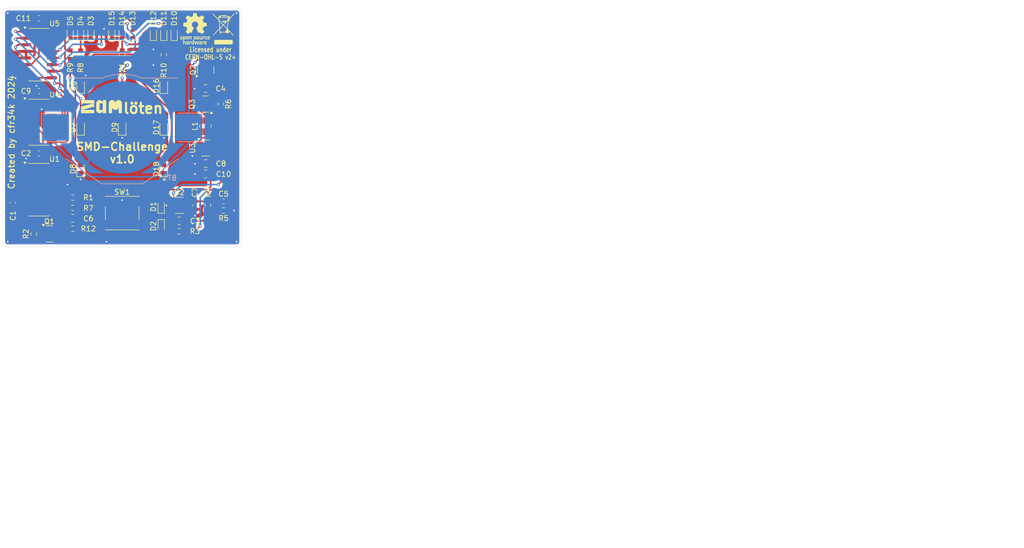
<source format=kicad_pcb>
(kicad_pcb
	(version 20240108)
	(generator "pcbnew")
	(generator_version "8.0")
	(general
		(thickness 1.6)
		(legacy_teardrops no)
	)
	(paper "A4")
	(title_block
		(title "ZAMlöten SMD-Challenge v1")
		(date "2024-09-28")
		(rev "1.0")
		(company "Thomas Kolb „cfr34k“")
	)
	(layers
		(0 "F.Cu" signal)
		(31 "B.Cu" signal)
		(32 "B.Adhes" user "B.Adhesive")
		(33 "F.Adhes" user "F.Adhesive")
		(34 "B.Paste" user)
		(35 "F.Paste" user)
		(36 "B.SilkS" user "B.Silkscreen")
		(37 "F.SilkS" user "F.Silkscreen")
		(38 "B.Mask" user)
		(39 "F.Mask" user)
		(40 "Dwgs.User" user "User.Drawings")
		(41 "Cmts.User" user "User.Comments")
		(42 "Eco1.User" user "User.Eco1")
		(43 "Eco2.User" user "User.Eco2")
		(44 "Edge.Cuts" user)
		(45 "Margin" user)
		(46 "B.CrtYd" user "B.Courtyard")
		(47 "F.CrtYd" user "F.Courtyard")
		(48 "B.Fab" user)
		(49 "F.Fab" user)
		(50 "User.1" user)
		(51 "User.2" user)
		(52 "User.3" user)
		(53 "User.4" user)
		(54 "User.5" user)
		(55 "User.6" user)
		(56 "User.7" user)
		(57 "User.8" user)
		(58 "User.9" user)
	)
	(setup
		(pad_to_mask_clearance 0)
		(allow_soldermask_bridges_in_footprints no)
		(pcbplotparams
			(layerselection 0x00010fc_ffffffff)
			(plot_on_all_layers_selection 0x0000000_00000000)
			(disableapertmacros no)
			(usegerberextensions no)
			(usegerberattributes yes)
			(usegerberadvancedattributes yes)
			(creategerberjobfile yes)
			(dashed_line_dash_ratio 12.000000)
			(dashed_line_gap_ratio 3.000000)
			(svgprecision 4)
			(plotframeref no)
			(viasonmask no)
			(mode 1)
			(useauxorigin no)
			(hpglpennumber 1)
			(hpglpenspeed 20)
			(hpglpendiameter 15.000000)
			(pdf_front_fp_property_popups yes)
			(pdf_back_fp_property_popups yes)
			(dxfpolygonmode yes)
			(dxfimperialunits yes)
			(dxfusepcbnewfont yes)
			(psnegative no)
			(psa4output no)
			(plotreference yes)
			(plotvalue yes)
			(plotfptext yes)
			(plotinvisibletext no)
			(sketchpadsonfab no)
			(subtractmaskfromsilk no)
			(outputformat 1)
			(mirror no)
			(drillshape 0)
			(scaleselection 1)
			(outputdirectory "gerber")
		)
	)
	(net 0 "")
	(net 1 "+BATT")
	(net 2 "GND")
	(net 3 "Net-(U1-C2)")
	(net 4 "Net-(U1-C1)")
	(net 5 "VCC")
	(net 6 "Net-(D2-A)")
	(net 7 "Net-(Q2-S)")
	(net 8 "Net-(U2--)")
	(net 9 "Net-(U1-VCOin)")
	(net 10 "Net-(D1-K)")
	(net 11 "/PWR_EN")
	(net 12 "Net-(D3-K)")
	(net 13 "/C4")
	(net 14 "/C5")
	(net 15 "/C6")
	(net 16 "Net-(D18-A)")
	(net 17 "/LED_A")
	(net 18 "Net-(D17-A)")
	(net 19 "/LED_C")
	(net 20 "Net-(D16-K)")
	(net 21 "/LED_D")
	(net 22 "Net-(D10-K)")
	(net 23 "/C3")
	(net 24 "/C2")
	(net 25 "Net-(D13-K)")
	(net 26 "/C1")
	(net 27 "/LED_B")
	(net 28 "Net-(U3-SW)")
	(net 29 "Net-(Q3-D)")
	(net 30 "Net-(U1-R1)")
	(net 31 "unconnected-(U1-ZOUT-Pad15)")
	(net 32 "unconnected-(U1-PC2-Pad13)")
	(net 33 "unconnected-(U1-PCP-Pad1)")
	(net 34 "unconnected-(U1-R2-Pad12)")
	(net 35 "unconnected-(U1-PC1-Pad2)")
	(net 36 "/CLOCK")
	(net 37 "unconnected-(U1-SFout-Pad10)")
	(net 38 "/CR")
	(net 39 "unconnected-(U4-Q0-Pad12)")
	(net 40 "Net-(U4-Q2)")
	(net 41 "Net-(U4-Q3)")
	(net 42 "Net-(U4-Q1)")
	(net 43 "unconnected-(U5-Y7-Pad7)")
	(net 44 "/VCO_START")
	(net 45 "unconnected-(U3-NC-Pad5)")
	(net 46 "unconnected-(U3-NC-Pad3)")
	(footprint "Resistor_SMD:R_0603_1608Metric" (layer "F.Cu") (at 87.5 94))
	(footprint "Diode_SMD:D_SOD-523" (layer "F.Cu") (at 58 60 90))
	(footprint "Diode_SMD:D_SOD-523" (layer "F.Cu") (at 76 60 90))
	(footprint "Package_TO_SOT_SMD:SOT-23" (layer "F.Cu") (at 84 73.5 180))
	(footprint "Resistor_SMD:R_0603_1608Metric" (layer "F.Cu") (at 76 64 -90))
	(footprint "Package_TO_SOT_SMD:SOT-23-5" (layer "F.Cu") (at 79 93))
	(footprint "Resistor_SMD:R_0603_1608Metric" (layer "F.Cu") (at 58 64 -90))
	(footprint "LED_SMD:LED_0603_1608Metric" (layer "F.Cu") (at 68 78 90))
	(footprint "Capacitor_SMD:C_0805_2012Metric" (layer "F.Cu") (at 79 96))
	(footprint "Diode_SMD:D_SOD-523" (layer "F.Cu") (at 74 60 90))
	(footprint "Package_SO:SOIC-16_3.9x9.9mm_P1.27mm" (layer "F.Cu") (at 52 64))
	(footprint "Package_TO_SOT_SMD:SOT-23-5" (layer "F.Cu") (at 84.0625 81.95))
	(footprint "LED_SMD:LED_0603_1608Metric" (layer "F.Cu") (at 60 78 90))
	(footprint "Resistor_SMD:R_0603_1608Metric" (layer "F.Cu") (at 51 98.5 90))
	(footprint "Package_SO:SOIC-16_3.9x9.9mm_P1.27mm" (layer "F.Cu") (at 52 90))
	(footprint "Package_TO_SOT_SMD:SOT-23" (layer "F.Cu") (at 84.0625 66.95 90))
	(footprint "Capacitor_SMD:C_0603_1608Metric" (layer "F.Cu") (at 52 57 180))
	(footprint "Diode_SMD:D_SOD-523" (layer "F.Cu") (at 75.5 97 -90))
	(footprint "Resistor_SMD:R_0603_1608Metric" (layer "F.Cu") (at 58.5 91.5 180))
	(footprint "Diode_SMD:D_SOD-523" (layer "F.Cu") (at 70 60 90))
	(footprint "LED_SMD:LED_0603_1608Metric" (layer "F.Cu") (at 60 86 90))
	(footprint "LED_SMD:LED_0603_1608Metric" (layer "F.Cu") (at 60 70 90))
	(footprint "Package_TO_SOT_SMD:SOT-23" (layer "F.Cu") (at 54 98.5))
	(footprint "Capacitor_SMD:C_0603_1608Metric" (layer "F.Cu") (at 87.5 92.23))
	(footprint "Capacitor_SMD:C_0603_1608Metric" (layer "F.Cu") (at 82 93 -90))
	(footprint "Capacitor_SMD:C_0603_1608Metric" (layer "F.Cu") (at 52 83 180))
	(footprint "LED_SMD:LED_0603_1608Metric" (layer "F.Cu") (at 76 86 90))
	(footprint "LED_SMD:LED_0603_1608Metric" (layer "F.Cu") (at 76 70 90))
	(footprint "Resistor_SMD:R_0603_1608Metric" (layer "F.Cu") (at 84.5 93 -90))
	(footprint "Capacitor_SMD:C_0805_2012Metric" (layer "F.Cu") (at 84.0625 86.95 180))
	(footprint "Capacitor_SMD:C_0603_1608Metric" (layer "F.Cu") (at 47 92.5 -90))
	(footprint "Diode_SMD:D_SOD-523" (layer "F.Cu") (at 78 60 90))
	(footprint "Resistor_SMD:R_0603_1608Metric" (layer "F.Cu") (at 87 73.5 -90))
	(footprint "Diode_SMD:D_SOD-523" (layer "F.Cu") (at 60 60 90))
	(footprint "Symbol:OSHW-Logo_5.7x6mm_SilkScreen"
		(layer "F.Cu")
		(uuid "9ad82289-23bf-423b-acb0-261f02d39293")
		(at 82 59)
		(descr "Open Source Hardware Logo")
		(tags "Logo OSHW")
		(property "Reference" "REF**"
			(at 0 0 0)
			(layer "F.SilkS")
			(hide yes)
			(uuid "4016186e-7f26-4ea9-bacc-72b8c35fa634")
			(effects
				(font
					(size 1 1)
					(thickness 0.15)
				)
			)
		)
		(property "Value" "OSHW-Logo_5.7x6mm_SilkScreen"
			(at 0.75 0 0)
			(layer "F.Fab")
			(hide yes)
			(uuid "2eddd1c3-bca0-49a9-85c7-d11a3339e5ec")
			(effects
				(font
					(size 1 1)
					(thickness 0.15)
				)
			)
		)
		(property "Footprint" "Symbol:OSHW-Logo_5.7x6mm_SilkScreen"
			(at 0 0 0)
			(unlocked yes)
			(layer "F.Fab")
			(hide yes)
			(uuid "37843b4c-881f-4737-9de0-9809c65cd642")
			(effects
				(font
					(size 1.27 1.27)
					(thickness 0.15)
				)
			)
		)
		(property "Datasheet" ""
			(at 0 0 0)
			(unlocked yes)
			(layer "F.Fab")
			(hide yes)
			(uuid "e3b8395b-b701-4d70-b434-069bb3fedc8a")
			(effects
				(font
					(size 1.27 1.27)
					(thickness 0.15)
				)
			)
		)
		(property "Description" ""
			(at 0 0 0)
			(unlocked yes)
			(layer "F.Fab")
			(hide yes)
			(uuid "9f08b4d7-229d-49bb-96d4-288d6e41bc8e")
			(effects
				(font
					(size 1.27 1.27)
					(thickness 0.15)
				)
			)
		)
		(attr exclude_from_pos_files exclude_from_bom)
		(fp_poly
			(pts
				(xy 1.79946 1.45803) (xy 1.842711 1.471245) (xy 1.870558 1.487941) (xy 1.879629 1.501145) (xy 1.877132 1.516797)
				(xy 1.860931 1.541385) (xy 1.847232 1.5588) (xy 1.818992 1.590283) (xy 1.797775 1.603529) (xy 1.779688 1.602664)
				(xy 1.726035 1.58901) (xy 1.68663 1.58963) (xy 1.654632 1.605104) (xy 1.64389 1.614161) (xy 1.609505 1.646027)
				(xy 1.609505 2.062179) (xy 1.471188 2.062179) (xy 1.471188 1.458614) (xy 1.540347 1.458614) (xy 1.581869 1.460256)
				(xy 1.603291 1.466087) (xy 1.609502 1.477461) (xy 1.609505 1.477798) (xy 1.612439 1.489713) (xy 1.625704 1.488159)
				(xy 1.644084 1.479563) (xy 1.682046 1.463568) (xy 1.712872 1.453945) (xy 1.752536 1.451478) (xy 1.79946 1.45803)
			)
			(stroke
				(width 0.01)
				(type solid)
			)
			(fill solid)
			(layer "F.SilkS")
			(uuid "b2f80504-e728-4156-b02d-17e35b236b6f")
		)
		(fp_poly
			(pts
				(xy 1.635255 2.401486) (xy 1.683595 2.411015) (xy 1.711114 2.425125) (xy 1.740064 2.448568) (xy 1.698876 2.500571)
				(xy 1.673482 2.532064) (xy 1.656238 2.547428) (xy 1.639102 2.549776) (xy 1.614027 2.542217) (xy 1.602257 2.537941)
				(xy 1.55427 2.531631) (xy 1.510324 2.545156) (xy 1.47806 2.57571) (xy 1.472819 2.585452) (xy 1.467112 2.611258)
				(xy 1.462706 2.658817) (xy 1.459811 2.724758) (xy 1.458631 2.80571) (xy 1.458614 2.817226) (xy 1.458614 3.017822)
				(xy 1.320297 3.017822) (xy 1.320297 2.401683) (xy 1.389456 2.401683) (xy 1.429333 2.402725) (xy 1.450107 2.407358)
				(xy 1.457789 2.417849) (xy 1.458614 2.427745) (xy 1.458614 2.453806) (xy 1.491745 2.427745) (xy 1.529735 2.409965)
				(xy 1.58077 2.401174) (xy 1.635255 2.401486)
			)
			(stroke
				(width 0.01)
				(type solid)
			)
			(fill solid)
			(layer "F.SilkS")
			(uuid "8ed59ee5-1d1d-4555-9454-a2f69ce04aeb")
		)
		(fp_poly
			(pts
				(xy -0.993356 2.40302) (xy -0.974539 2.40866) (xy -0.968473 2.421053) (xy -0.968218 2.426647) (xy -0.967129 2.44223)
				(xy -0.959632 2.444676) (xy -0.939381 2.433993) (xy -0.927351 2.426694) (xy -0.8894 2.411063) (xy -0.844072 2.403334)
				(xy -0.796544 2.40274) (xy -0.751995 2.408513) (xy -0.715602 2.419884) (xy -0.692543 2.436088) (xy -0.687996 2.456355)
				(xy -0.690291 2.461843) (xy -0.70702 2.484626) (xy -0.732963 2.512647) (xy -0.737655 2.517177) (xy -0.762383 2.538005)
				(xy -0.783718 2.544735) (xy -0.813555 2.540038) (xy -0.825508 2.536917) (xy -0.862705 2.529421)
				(xy -0.888859 2.532792) (xy -0.910946 2.544681) (xy -0.931178 2.560635) (xy -0.946079 2.5807) (xy -0.956434 2.608702)
				(xy -0.963029 2.648467) (xy -0.966649 2.703823) (xy -0.968078 2.778594) (xy -0.968218 2.82374) (xy -0.968218 3.017822)
				(xy -1.09396 3.017822) (xy -1.09396 2.401683) (xy -1.031089 2.401683) (xy -0.993356 2.40302)
			)
			(stroke
				(width 0.01)
				(type solid)
			)
			(fill solid)
			(layer "F.SilkS")
			(uuid "6247ed4f-f354-4ce1-b872-a24c9ff05d95")
		)
		(fp_poly
			(pts
				(xy 0.993367 1.654342) (xy 0.994555 1.746563) (xy 0.998897 1.81661) (xy 1.007558 1.867381) (xy 1.021704 1.901772)
				(xy 1.0425 1.922679) (xy 1.07111 1.933) (xy 1.106535 1.935636) (xy 1.143636 1.932682) (xy 1.171818 1.921889)
				(xy 1.192243 1.90036) (xy 1.206079 1.865199) (xy 1.214491 1.81351) (xy 1.218643 1.742394) (xy 1.219703 1.654342)
				(xy 1.219703 1.458614) (xy 1.35802 1.458614) (xy 1.35802 2.062179) (xy 1.288862 2.062179) (xy 1.24717 2.060489)
				(xy 1.225701 2.054556) (xy 1.219703 2.043293) (xy 1.216091 2.033261) (xy 1.201714 2.035383) (xy 1.172736 2.04958)
				(xy 1.106319 2.07148) (xy 1.035875 2.069928) (xy 0.968377 2.046147) (xy 0.936233 2.027362) (xy 0.911715 2.007022)
				(xy 0.893804 1.981573) (xy 0.881479 1.947458) (xy 0.873723 1.901121) (xy 0.869516 1.839007) (xy 0.86784 1.757561)
				(xy 0.867624 1.694578) (xy 0.867624 1.458614) (xy 0.993367 1.458614) (xy 0.993367 1.654342)
			)
			(stroke
				(width 0.01)
				(type solid)
			)
			(fill solid)
			(layer "F.SilkS")
			(uuid "b9ea8b23-c642-4d5b-8b9f-479d8f36f849")
		)
		(fp_poly
			(pts
				(xy -0.754012 1.469002) (xy -0.722717 1.48395) (xy -0.692409 1.505541) (xy -0.669318 1.530391) (xy -0.6525 1.562087)
				(xy -0.641006 1.604214) (xy -0.633891 1.660358) (xy -0.630207 1.734106) (xy -0.629008 1.829044)
				(xy -0.628989 1.838985) (xy -0.628713 2.062179) (xy -0.76703 2.062179) (xy -0.76703 1.856418) (xy -0.767128 1.780189)
				(xy -0.767809 1.724939) (xy -0.769651 1.686501) (xy -0.773233 1.660706) (xy -0.779132 1.643384)
				(xy -0.787927 1.630368) (xy -0.80018 1.617507) (xy -0.843047 1.589873) (xy -0.889843 1.584745) (xy -0.934424 1.602217)
				(xy -0.949928 1.615221) (xy -0.96131 1.627447) (xy -0.969481 1.64054) (xy -0.974974 1.658615) (xy -0.97832 1.685787)
				(xy -0.980051 1.72617) (xy -0.980697 1.783879) (xy -0.980792 1.854132) (xy -0.980792 2.062179) (xy -1.119109 2.062179)
				(xy -1.119109 1.458614) (xy -1.04995 1.458614) (xy -1.008428 1.460256) (xy -0.987006 1.466087) (xy -0.980795 1.477461)
				(xy -0.980792 1.477798) (xy -0.97791 1.488938) (xy -0.965199 1.487674) (xy -0.939926 1.475434) (xy -0.882605 1.457424)
				(xy -0.817037 1.455421) (xy -0.754012 1.469002)
			)
			(stroke
				(width 0.01)
				(type solid)
			)
			(fill solid)
			(layer "F.SilkS")
			(uuid "3cf729b1-3df2-4f38-b50c-a55a343f16c3")
		)
		(fp_poly
			(pts
				(xy 2.217226 1.46388) (xy 2.29008 1.49483) (xy 2.313027 1.509895) (xy 2.342354 1.533048) (xy 2.360764 1.551253)
				(xy 2.363961 1.557183) (xy 2.354935 1.57034) (xy 2.331837 1.592667) (xy 2.313344 1.60825) (xy 2.262728 1.648926)
				(xy 2.22276 1.615295) (xy 2.191874 1.593584) (xy 2.161759 1.58609) (xy 2.127292 1.58792) (xy 2.072561 1.601528)
				(xy 2.034886 1.629772) (xy 2.011991 1.675433) (xy 2.001597 1.741289) (xy 2.001595 1.741331) (xy 2.002494 1.814939)
				(xy 2.016463 1.868946) (xy 2.044328 1.905716) (xy 2.063325 1.918168) (xy 2.113776 1.933673) (xy 2.167663 1.933683)
				(xy 2.214546 1.918638) (xy 2.225644 1.911287) (xy 2.253476 1.892511) (xy 2.275236 1.889434) (xy 2.298704 1.903409)
				(xy 2.324649 1.92851) (xy 2.365716 1.97088) (xy 2.320121 2.008464) (xy 2.249674 2.050882) (xy 2.170233 2.071785)
				(xy 2.087215 2.070272) (xy 2.032694 2.056411) (xy 1.96897 2.022135) (xy 1.918005 1.968212) (xy 1.894851 1.930149)
				(xy 1.876099 1.875536) (xy 1.866715 1.806369) (xy 1.866643 1.731407) (xy 1.875824 1.659409) (xy 1.894199 1.599137)
				(xy 1.897093 1.592958) (xy 1.939952 1.532351) (xy 1.997979 1.488224) (xy 2.066591 1.461493) (xy 2.141201 1.453073)
				(xy 2.217226 1.46388)
			)
			(stroke
				(width 0.01)
				(type solid)
			)
			(fill solid)
			(layer "F.SilkS")
			(uuid "faa5c025-e983-4673-b78b-67b3e75c78bc")
		)
		(fp_poly
			(pts
				(xy 0.610762 1.466055) (xy 0.674363 1.500692) (xy 0.724123 1.555372) (xy 0.747568 1.599842) (xy 0.757634 1.639121)
				(xy 0.764156 1.695116) (xy 0.766951 1.759621) (xy 0.765836 1.824429) (xy 0.760626 1.881334) (xy 0.754541 1.911727)
				(xy 0.734014 1.953306) (xy 0.698463 1.997468) (xy 0.655619 2.036087) (xy 0.613211 2.061034) (xy 0.612177 2.06143)
				(xy 0.559553 2.072331) (xy 0.497188 2.072601) (xy 0.437924 2.062676) (xy 0.41504 2.054722) (xy 0.356102 2.0213)
				(xy 0.31389 1.977511) (xy 0.286156 1.919538) (xy 0.270651 1.843565) (xy 0.267143 1.803771) (xy 0.26759 1.753766)
				(xy 0.402376 1.753766) (xy 0.406917 1.826732) (xy 0.419986 1.882334) (xy 0.440756 1.917861) (xy 0.455552 1.92802)
				(xy 0.493464 1.935104) (xy 0.538527 1.933007) (xy 0.577487 1.922812) (xy 0.587704 1.917204) (xy 0.614659 1.884538)
				(xy 0.632451 1.834545) (xy 0.640024 1.773705) (xy 0.636325 1.708497) (xy 0.628057 1.669253) (xy 0.60432 1.623805)
				(xy 0.566849 1.595396) (xy 0.52172 1.585573) (xy 0.475011 1.595887) (xy 0.439132 1.621112) (xy 0.420277 1.641925)
				(xy 0.409272 1.662439) (xy 0.404026 1.690203) (xy 0.402449 1.732762) (xy 0.402376 1.753766) (xy 0.26759 1.753766)
				(xy 0.268094 1.69758) (xy 0.285388 1.610501) (xy 0.319029 1.54253) (xy 0.369018 1.493664) (xy 0.435356 1.463899)
				(xy 0.449601 1.460448) (xy 0.53521 1.452345) (xy 0.610762 1.466055)
			)
			(stroke
				(width 0.01)
				(type solid)
			)
			(fill solid)
			(layer "F.SilkS")
			(uuid "e9a4c2e1-e5b9-44d8-b710-8168e0b70169")
		)
		(fp_poly
			(pts
				(xy 0.281524 2.404237) (xy 0.331255 2.407971) (xy 0.461291 2.797773) (xy 0.481678 2.728614) (xy 0.493946 2.685874)
				(xy 0.510085 2.628115) (xy 0.527512 2.564625) (xy 0.536726 2.53057) (xy 0.571388 2.401683) (xy 0.714391 2.401683)
				(xy 0.671646 2.536857) (xy 0.650596 2.603342) (xy 0.625167 2.683539) (xy 0.59861 2.767193) (xy 0.574902 2.841782)
				(xy 0.520902 3.011535) (xy 0.462598 3.015328) (xy 0.404295 3.019122) (xy 0.372679 2.914734) (xy 0.353182 2.849889)
				(xy 0.331904 2.7784) (xy 0.313308 2.715263) (xy 0.312574 2.71275) (xy 0.298684 2.669969) (xy 0.286429 2.640779)
				(xy 0.277846 2.629741) (xy 0.276082 2.631018) (xy 0.269891 2.64813) (xy 0.258128 2.684787) (xy 0.242225 2.736378)
				(xy 0.223614 2.798294) (xy 0.213543 2.832352) (xy 0.159007 3.017822) (xy 0.043264 3.017822) (xy -0.049263 2.725471)
				(xy -0.075256 2.643462) (xy -0.098934 2.568987) (xy -0.11918 2.505544) (xy -0.134874 2.456632) (xy -0.144898 2.425749)
				(xy -0.147945 2.416726) (xy -0.145533 2.407487) (xy -0.126592 2.403441) (xy -0.087177 2.403846)
				(xy -0.081007 2.404152) (xy -0.007914 2.407971) (xy 0.039957 2.58401) (xy 0.057553 2.648211) (xy 0.073277 2.704649)
				(xy 0.085746 2.748422) (xy 0.093574 2.77463) (xy 0.09502 2.778903) (xy 0.101014 2.77399) (xy 0.113101 2.748532)
				(xy 0.129893 2.705997) (xy 0.150003 2.64985) (xy 0.167003 2.59913) (xy 0.231794 2.400504) (xy 0.281524 2.404237)
			)
			(stroke
				(width 0.01)
				(type solid)
			)
			(fill solid)
			(layer "F.SilkS")
			(uuid "3b42d00d-7d29-44eb-ac07-0399d8390244")
		)
		(fp_poly
			(pts
				(xy -2.538261 1.465148) (xy -2.472479 1.494231) (xy -2.42254 1.542793) (xy -2.388374 1.610908) (xy -2.369907 1.698651)
				(xy -2.368583 1.712351) (xy -2.367546 1.808939) (xy -2.380993 1.893602) (xy -2.408108 1.962221)
				(xy -2.422627 1.984294) (xy -2.473201 2.031011) (xy -2.537609 2.061268) (xy -2.609666 2.073824)
				(xy -2.683185 2.067439) (xy -2.739072 2.047772) (xy -2.787132 2.014629) (xy -2.826412 1.971175)
				(xy -2.827092 1.970158) (xy -2.843044 1.943338) (xy -2.85341 1.916368) (xy -2.859688 1.882332) (xy -2.863373 1.83431)
				(xy -2.864997 1.794931) (xy -2.865672 1.759219) (xy -2.739955 1.759219) (xy -2.738726 1.79477) (xy -2.734266 1.842094)
				(xy -2.726397 1.872465) (xy -2.712207 1.894072) (xy -2.698917 1.906694) (xy -2.651802 1.933122)
				(xy -2.602505 1.936653) (xy -2.556593 1.917639) (xy -2.533638 1.896331) (xy -2.517096 1.874859)
				(xy -2.507421 1.854313) (xy -2.503174 1.827574) (xy -2.50292 1.787523) (xy -2.504228 1.750638) (xy -2.507043 1.697947)
				(xy -2.511505 1.663772) (xy -2.519548 1.64148) (xy -2.533103 1.624442) (xy -2.543845 1.614703) (xy -2.588777 1.589123)
				(xy -2.637249 1.587847) (xy -2.677894 1.602999) (xy -2.712567 1.634642) (xy -2.733224 1.68662) (xy -2.739955 1.759219)
				(xy -2.865672 1.759219) (xy -2.866479 1.716621) (xy -2.863948 1.658056) (xy -2.856362 1.614007)
				(xy -2.842681 1.579248) (xy -2.821865 1.548551) (xy -2.814147 1.539436) (xy -2.765889 1.494021)
				(xy -2.714128 1.467493) (xy -2.650828 1.456379) (xy -2.619961 1.455471) (xy -2.538261 1.465148)
			)
			(stroke
				(width 0.01)
				(type solid)
			)
			(fill solid)
			(layer "F.SilkS")
			(uuid "b0bbfe61-a4d9-42c2-8047-06f9cc13f618")
		)
		(fp_poly
			(pts
				(xy -0.201188 3.017822) (xy -0.270346 3.017822) (xy -0.310488 3.016645) (xy -0.331394 3.011772)
				(xy -0.338922 3.001186) (xy -0.339505 2.994029) (xy -0.340774 2.979676) (xy -0.348779 2.976923)
				(xy -0.369815 2.985771) (xy -0.386173 2.994029) (xy -0.448977 3.013597) (xy -0.517248 3.014729)
				(xy -0.572752 3.000135) (xy -0.624438 2.964877) (xy -0.663838 2.912835) (xy -0.685413 2.85145) (xy -0.685962 2.848018)
				(xy -0.689167 2.810571) (xy -0.690761 2.756813) (xy -0.690633 2.716155) (xy -0.553279 2.716155)
				(xy -0.550097 2.770194) (xy -0.542859 2.814735) (xy -0.53306 2.839888) (xy -0.495989 2.87426) (xy -0.451974 2.886582)
				(xy -0.406584 2.876618) (xy -0.367797 2.846895) (xy -0.353108 2.826905) (xy -0.344519 2.80305) (xy -0.340496 2.76823)
				(xy -0.339505 2.71593) (xy -0.341278 2.664139) (xy -0.345963 2.618634) (xy -0.352603 2.588181) (xy -0.35371 2.585452)
				(xy -0.380491 2.553) (xy -0.419579 2.535183) (xy -0.463315 2.532306) (xy -0.504038 2.544674) (xy -0.534087 2.572593)
				(xy -0.537204 2.578148) (xy -0.546961 2.612022) (xy -0.552277 2.660728) (xy -0.553279 2.716155)
				(xy -0.690633 2.716155) (xy -0.690568 2.69554) (xy -0.689664 2.662563) (xy -0.683514 2.580981) (xy -0.670733 2.51973)
				(xy -0.649471 2.474449) (xy -0.617878 2.440779) (xy -0.587207 2.421014) (xy -0.544354 2.40712) (xy -0.491056 2.402354)
				(xy -0.43648 2.406236) (xy -0.389792 2.418282) (xy -0.365124 2.432693) (xy -0.339505 2.455878) (xy -0.339505 2.162773)
				(xy -0.201188 2.162773) (xy -0.201188 3.017822)
			)
			(stroke
				(width 0.01)
				(type solid)
			)
			(fill solid)
			(layer "F.SilkS")
			(uuid "377efa5b-e38c-4376-8cac-318fb4fc288f")
		)
		(fp_poly
			(pts
				(xy 2.677898 1.456457) (xy 2.710096 1.464279) (xy 2.771825 1.492921) (xy 2.82461 1.536667) (xy 2.861141 1.589117)
				(xy 2.86616 1.600893) (xy 2.873045 1.63174) (xy 2.877864 1.677371) (xy 2.879505 1.723492) (xy 2.879505 1.810693)
				(xy 2.697178 1.810693) (xy 2.621979 1.810978) (xy 2.569003 1.812704) (xy 2.535325 1.817181) (xy 2.51802 1.82572)
				(xy 2.514163 1.83963) (xy 2.520829 1.860222) (xy 2.53277 1.884315) (xy 2.56608 1.924525) (xy 2.612368 1.944558)
				(xy 2.668944 1.943905) (xy 2.733031 1.922101) (xy 2.788417 1.895193) (xy 2.834375 1.931532) (xy 2.880333 1.967872)
				(xy 2.837096 2.007819) (xy 2.779374 2.045563) (xy 2.708386 2.06832) (xy 2.632029 2.074688) (xy 2.558199 2.063268)
				(xy 2.546287 2.059393) (xy 2.481399 2.025506) (xy 2.43313 1.974986) (xy 2.400465 1.906325) (xy 2.382385 1.818014)
				(xy 2.382175 1.816121) (xy 2.380556 1.719878) (xy 2.3871 1.685542) (xy 2.514852 1.685542) (xy 2.526584 1.690822)
				(xy 2.558438 1.694867) (xy 2.605397 1.697176) (xy 2.635154 1.697525) (xy 2.690648 1.697306) (xy 2.725346 1.695916)
				(xy 2.743601 1.692251) (xy 2.749766 1.68521) (xy 2.748195 1.67369) (xy 2.746878 1.669233) (xy 2.724382 1.627355)
				(xy 2.689003 1.593604) (xy 2.65778 1.578773) (xy 2.616301 1.579668) (xy 2.574269 1.598164) (xy 2.539012 1.628786)
				(xy 2.517854 1.666062) (xy 2.514852 1.685542) (xy 2.3871 1.685542) (xy 2.39669 1.635229) (xy 2.428698 1.564191)
				(xy 2.474701 1.508779) (xy 2.532821 1.471009) (xy 2.60118 1.452896) (xy 2.677898 1.456457)
			)
			(stroke
				(width 0.01)
				(type solid)
			)
			(fill solid)
			(layer "F.SilkS")
			(uuid "3a448b4e-38c6-49f1-8331-00ceb9413f64")
		)
		(fp_poly
			(pts
				(xy 0.014017 1.456452) (xy 0.061634 1.465482) (xy 0.111034 1.48437) (xy 0.116312 1.486777) (xy 0.153774 1.506476)
				(xy 0.179717 1.524781) (xy 0.188103 1.536508) (xy 0.180117 1.555632) (xy 0.16072 1.58385) (xy 0.15211 1.594384)
				(xy 0.116628 1.635847) (xy 0.070885 1.608858) (xy 0.02735 1.590878) (xy -0.02295 1.581267) (xy -0.071188 1.58066)
				(xy -0.108533 1.589691) (xy -0.117495 1.595327) (xy -0.134563 1.621171) (xy -0.136637 1.650941)
				(xy -0.123866 1.674197) (xy -0.116312 1.678708) (xy -0.093675 1.684309) (xy -0.053885 1.690892)
				(xy -0.004834 1.697183) (xy 0.004215 1.69817) (xy 0.082996 1.711798) (xy 0.140136 1.734946) (xy 0.17803 1.769752)
				(xy 0.199079 1.818354) (xy 0.205635 1.877718) (xy 0.196577 1.945198) (xy 0.167164 1.998188) (xy 0.117278 2.036783)
				(xy 0.0468 2.061081) (xy -0.031435 2.070667) (xy -0.095234 2.070552) (xy -0.146984 2.061845) (xy -0.182327 2.049825)
				(xy -0.226983 2.02888) (xy -0.268253 2.004574) (xy -0.282921 1.993876) (xy -0.320643 1.963084) (xy -0.275148 1.917049)
				(xy -0.229653 1.871013) (xy -0.177928 1.905243) (xy -0.126048 1.930952) (xy -0.070649 1.944399)
				(xy -0.017395 1.945818) (xy 0.028049 1.935443) (xy 0.060016 1.913507) (xy 0.070338 1.894998) (xy 0.068789 1.865314)
				(xy 0.04314 1.842615) (xy -0.00654 1.82694) (xy -0.060969 1.819695) (xy -0.144736 1.805873) (xy -0.206967 1.779796)
				(xy -0.248493 1.740699) (xy -0.270147 1.68782) (xy -0.273147 1.625126) (xy -0.258329 1.559642) (xy -0.224546 1.510144)
				(xy -0.171495 1.476408) (xy -0.098874 1.458207) (xy -0.045072 1.454639) (xy 0.014017 1.456452)
			)
			(stroke
				(width 0.01)
				(type solid)
			)
			(fill solid)
			(layer "F.SilkS")
			(uuid "c5099c71-192c-4c97-9741-62e2d84d4e9b")
		)
		(fp_poly
			(pts
				(xy 2.032581 2.40497) (xy 2.092685 2.420597) (xy 2.143021 2.452848) (xy 2.167393 2.47694) (xy 2.207345 2.533895)
				(xy 2.230242 2.599965) (xy 2.238108 2.681182) (xy 2.238148 2.687748) (xy 2.238218 2.753763) (xy 1.858264 2.753763)
				(xy 1.866363 2.788342) (xy 1.880987 2.819659) (xy 1.906581 2.852291) (xy 1.911935 2.8575) (xy 1.957943 2.885694)
				(xy 2.01041 2.890475) (xy 2.070803 2.871926) (xy 2.08104 2.866931) (xy 2.112439 2.851745) (xy 2.13347 2.843094)
				(xy 2.137139 2.842293) (xy 2.149948 2.850063) (xy 2.174378 2.869072) (xy 2.186779 2.87946) (xy 2.212476 2.903321)
				(xy 2.220915 2.919077) (xy 2.215058 2.933571) (xy 2.211928 2.937534) (xy 2.190725 2.954879) (xy 2.155738 2.975959)
				(xy 2.131337 2.988265) (xy 2.062072 3.009946) (xy 1.985388 3.016971) (xy 1.912765 3.008647) (xy 1.892426 3.002686)
				(xy 1.829476 2.968952) (xy 1.782815 2.917045) (xy 1.752173 2.846459) (xy 1.737282 2.756692) (xy 1.735647 2.709753)
				(xy 1.740421 2.641413) (xy 1.86099 2.641413) (xy 1.872652 2.646465) (xy 1.903998 2.650429) (xy 1.949571 2.652768)
				(xy 1.980446 2.653169) (xy 2.035981 2.652783) (xy 2.071033 2.650975) (xy 2.090262 2.646773) (xy 2.09833 2.639203)
				(xy 2.099901 2.628218) (xy 2.089121 2.594381) (xy 2.06198 2.56094) (xy 2.026277 2.535272) (xy 1.99056 2.524772)
				(xy 1.942048 2.534086) (xy 1.900053 2.561013) (xy 1.870936 2.599827) (xy 1.86099 2.641413) (xy 1.740421 2.641413)
				(xy 1.742599 2.610236) (xy 1.764055 2.530949) (xy 1.80047 2.471263) (xy 1.852297 2.430549) (xy 1.91999 2.408179)
				(xy 1.956662 2.403871) (xy 2.032581 2.40497)
			)
			(stroke
				(width 0.01)
				(type solid)
			)
			(fill solid)
			(layer "F.SilkS")
			(uuid "351a97b0-0b6d-48e3-a6f3-009aaa50ccbb")
		)
		(fp_poly
			(pts
				(xy -1.356699 1.472614) (xy -1.344168 1.478514) (xy -1.300799 1.510283) (xy -1.25979 1.556646) (xy -1.229168 1.607696)
				(xy -1.220459 1.631166) (xy -1.212512 1.673091) (xy -1.207774 1.723757) (xy -1.207199 1.744679)
				(xy -1.207129 1.810693) (xy -1.587083 1.810693) (xy -1.578983 1.845273) (xy -1.559104 1.88617) (xy -1.524347 1.921514)
				(xy -1.482998 1.944282) (xy -1.456649 1.94901) (xy -1.420916 1.943273) (xy -1.378282 1.928882) (xy -1.363799 1.922262)
				(xy -1.31024 1.895513) (xy -1.264533 1.930376) (xy -1.238158 1.953955) (xy -1.224124 1.973417) (xy -1.223414 1.979129)
				(xy -1.235951 1.992973) (xy -1.263428 2.014012) (xy -1.288366 2.030425) (xy -1.355664 2.05993) (xy -1.43111 2.073284)
				(xy -1.505888 2.069812) (xy -1.565495 2.051663) (xy -1.626941 2.012784) (xy -1.670608 1.961595)
				(xy -1.697926 1.895367) (xy -1.710322 1.811371) (xy -1.711421 1.772936) (xy -1.707022 1.684861)
				(xy -1.706482 1.682299) (xy -1.580582 1.682299) (xy -1.577115 1.690558) (xy -1.562863 1.695113)
				(xy -1.53347 1.697065) (xy -1.484575 1.697517) (xy -1.465748 1.697525) (xy -1.408467 1.696843) (xy -1.372141 1.694364)
				(xy -1.352604 1.689443) (xy -1.34569 1.681434) (xy -1.345445 1.678862) (xy -1.353336 1.658423) (xy -1.373085 1.629789)
				(xy -1.381575 1.619763) (xy -1.413094 1.591408) (xy -1.445949 1.580259) (xy -1.463651 1.579327)
				(xy -1.511539 1.590981) (xy -1.551699 1.622285) (xy -1.577173 1.667752) (xy -1.577625 1.669233)
				(xy -1.5
... [339158 chars truncated]
</source>
